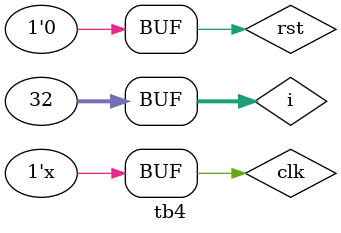
<source format=v>
`timescale 1ns / 1ps


module tb4;

    reg[32-1:0] ain;
    reg[32-1:0] bin;
    reg[32-1:0] cin;
    reg rst;
    reg clk;
    wire[32-1:0] res;
    wire dvalid;
    
    integer i;
    
    initial begin
        clk <= 0;
        rst <= 0;
        for(i=0; i<32; i=i+1) begin
            ain = $urandom%(2**31);
            bin = $urandom%(2**31);
            cin = $urandom%(2**31);
            #20;
        end
    end
    
    always #5 clk = ~clk;
    
    floating_point_MAC UUT(
        .aclk(clk),
        .aresetn(~rst),
        .s_axis_a_tvalid(1'b1),
        .s_axis_b_tvalid(1'b1),
        .s_axis_c_tvalid(1'b1),
        .s_axis_a_tdata(ain),
        .s_axis_b_tdata(bin),
        .s_axis_c_tdata(cin),
        .m_axis_result_tvalid(dvalid),
        .m_axis_result_tdata(res)
    );
endmodule

</source>
